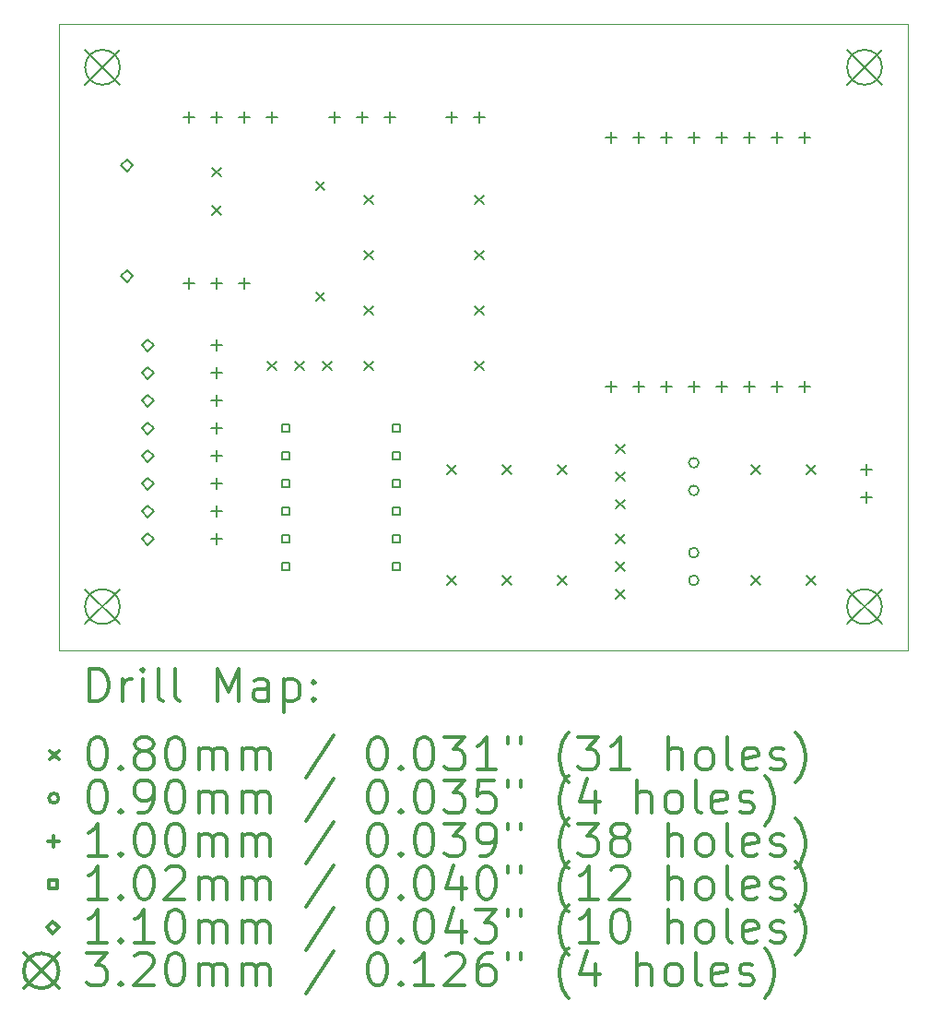
<source format=gbr>
%FSLAX45Y45*%
G04 Gerber Fmt 4.5, Leading zero omitted, Abs format (unit mm)*
G04 Created by KiCad (PCBNEW (5.1.9)-1) date 2021-05-19 15:49:51*
%MOMM*%
%LPD*%
G01*
G04 APERTURE LIST*
%TA.AperFunction,Profile*%
%ADD10C,0.050000*%
%TD*%
%ADD11C,0.200000*%
%ADD12C,0.300000*%
G04 APERTURE END LIST*
D10*
X19494500Y-11181080D02*
X11694500Y-11181080D01*
X19494500Y-5435600D02*
X11694500Y-5435600D01*
X19494500Y-5435600D02*
X19494500Y-11181080D01*
X11694500Y-5435600D02*
X11694500Y-11181080D01*
D11*
X13104500Y-6754500D02*
X13184500Y-6834500D01*
X13184500Y-6754500D02*
X13104500Y-6834500D01*
X13104500Y-7104500D02*
X13184500Y-7184500D01*
X13184500Y-7104500D02*
X13104500Y-7184500D01*
X13612500Y-8532500D02*
X13692500Y-8612500D01*
X13692500Y-8532500D02*
X13612500Y-8612500D01*
X13866500Y-8532500D02*
X13946500Y-8612500D01*
X13946500Y-8532500D02*
X13866500Y-8612500D01*
X14057000Y-6881500D02*
X14137000Y-6961500D01*
X14137000Y-6881500D02*
X14057000Y-6961500D01*
X14057000Y-7897500D02*
X14137000Y-7977500D01*
X14137000Y-7897500D02*
X14057000Y-7977500D01*
X14120500Y-8532500D02*
X14200500Y-8612500D01*
X14200500Y-8532500D02*
X14120500Y-8612500D01*
X14501500Y-7008500D02*
X14581500Y-7088500D01*
X14581500Y-7008500D02*
X14501500Y-7088500D01*
X14501500Y-7516500D02*
X14581500Y-7596500D01*
X14581500Y-7516500D02*
X14501500Y-7596500D01*
X14501500Y-8024500D02*
X14581500Y-8104500D01*
X14581500Y-8024500D02*
X14501500Y-8104500D01*
X14501500Y-8532500D02*
X14581500Y-8612500D01*
X14581500Y-8532500D02*
X14501500Y-8612500D01*
X15263500Y-9485000D02*
X15343500Y-9565000D01*
X15343500Y-9485000D02*
X15263500Y-9565000D01*
X15263500Y-10501000D02*
X15343500Y-10581000D01*
X15343500Y-10501000D02*
X15263500Y-10581000D01*
X15517500Y-7008500D02*
X15597500Y-7088500D01*
X15597500Y-7008500D02*
X15517500Y-7088500D01*
X15517500Y-7516500D02*
X15597500Y-7596500D01*
X15597500Y-7516500D02*
X15517500Y-7596500D01*
X15517500Y-8024500D02*
X15597500Y-8104500D01*
X15597500Y-8024500D02*
X15517500Y-8104500D01*
X15517500Y-8532500D02*
X15597500Y-8612500D01*
X15597500Y-8532500D02*
X15517500Y-8612500D01*
X15771500Y-9485000D02*
X15851500Y-9565000D01*
X15851500Y-9485000D02*
X15771500Y-9565000D01*
X15771500Y-10501000D02*
X15851500Y-10581000D01*
X15851500Y-10501000D02*
X15771500Y-10581000D01*
X16279500Y-9485000D02*
X16359500Y-9565000D01*
X16359500Y-9485000D02*
X16279500Y-9565000D01*
X16279500Y-10501000D02*
X16359500Y-10581000D01*
X16359500Y-10501000D02*
X16279500Y-10581000D01*
X16812900Y-9294500D02*
X16892900Y-9374500D01*
X16892900Y-9294500D02*
X16812900Y-9374500D01*
X16812900Y-9548500D02*
X16892900Y-9628500D01*
X16892900Y-9548500D02*
X16812900Y-9628500D01*
X16812900Y-9802500D02*
X16892900Y-9882500D01*
X16892900Y-9802500D02*
X16812900Y-9882500D01*
X16812900Y-10120000D02*
X16892900Y-10200000D01*
X16892900Y-10120000D02*
X16812900Y-10200000D01*
X16812900Y-10374000D02*
X16892900Y-10454000D01*
X16892900Y-10374000D02*
X16812900Y-10454000D01*
X16812900Y-10628000D02*
X16892900Y-10708000D01*
X16892900Y-10628000D02*
X16812900Y-10708000D01*
X18057500Y-9485000D02*
X18137500Y-9565000D01*
X18137500Y-9485000D02*
X18057500Y-9565000D01*
X18057500Y-10501000D02*
X18137500Y-10581000D01*
X18137500Y-10501000D02*
X18057500Y-10581000D01*
X18565500Y-9485000D02*
X18645500Y-9565000D01*
X18645500Y-9485000D02*
X18565500Y-9565000D01*
X18565500Y-10501000D02*
X18645500Y-10581000D01*
X18645500Y-10501000D02*
X18565500Y-10581000D01*
X17571000Y-9461500D02*
G75*
G03*
X17571000Y-9461500I-45000J0D01*
G01*
X17571000Y-9715500D02*
G75*
G03*
X17571000Y-9715500I-45000J0D01*
G01*
X17571000Y-10287000D02*
G75*
G03*
X17571000Y-10287000I-45000J0D01*
G01*
X17571000Y-10541000D02*
G75*
G03*
X17571000Y-10541000I-45000J0D01*
G01*
X12890500Y-6236500D02*
X12890500Y-6336500D01*
X12840500Y-6286500D02*
X12940500Y-6286500D01*
X12890500Y-7760500D02*
X12890500Y-7860500D01*
X12840500Y-7810500D02*
X12940500Y-7810500D01*
X13144500Y-6236500D02*
X13144500Y-6336500D01*
X13094500Y-6286500D02*
X13194500Y-6286500D01*
X13144500Y-7760500D02*
X13144500Y-7860500D01*
X13094500Y-7810500D02*
X13194500Y-7810500D01*
X13144500Y-8332000D02*
X13144500Y-8432000D01*
X13094500Y-8382000D02*
X13194500Y-8382000D01*
X13144500Y-8586000D02*
X13144500Y-8686000D01*
X13094500Y-8636000D02*
X13194500Y-8636000D01*
X13144500Y-8840000D02*
X13144500Y-8940000D01*
X13094500Y-8890000D02*
X13194500Y-8890000D01*
X13144500Y-9094000D02*
X13144500Y-9194000D01*
X13094500Y-9144000D02*
X13194500Y-9144000D01*
X13144500Y-9348000D02*
X13144500Y-9448000D01*
X13094500Y-9398000D02*
X13194500Y-9398000D01*
X13144500Y-9602000D02*
X13144500Y-9702000D01*
X13094500Y-9652000D02*
X13194500Y-9652000D01*
X13144500Y-9856000D02*
X13144500Y-9956000D01*
X13094500Y-9906000D02*
X13194500Y-9906000D01*
X13144500Y-10110000D02*
X13144500Y-10210000D01*
X13094500Y-10160000D02*
X13194500Y-10160000D01*
X13398500Y-6236500D02*
X13398500Y-6336500D01*
X13348500Y-6286500D02*
X13448500Y-6286500D01*
X13398500Y-7760500D02*
X13398500Y-7860500D01*
X13348500Y-7810500D02*
X13448500Y-7810500D01*
X13652500Y-6236500D02*
X13652500Y-6336500D01*
X13602500Y-6286500D02*
X13702500Y-6286500D01*
X14224000Y-6236500D02*
X14224000Y-6336500D01*
X14174000Y-6286500D02*
X14274000Y-6286500D01*
X14478000Y-6236500D02*
X14478000Y-6336500D01*
X14428000Y-6286500D02*
X14528000Y-6286500D01*
X14732000Y-6236500D02*
X14732000Y-6336500D01*
X14682000Y-6286500D02*
X14782000Y-6286500D01*
X15303500Y-6236500D02*
X15303500Y-6336500D01*
X15253500Y-6286500D02*
X15353500Y-6286500D01*
X15557500Y-6236500D02*
X15557500Y-6336500D01*
X15507500Y-6286500D02*
X15607500Y-6286500D01*
X16764000Y-6427000D02*
X16764000Y-6527000D01*
X16714000Y-6477000D02*
X16814000Y-6477000D01*
X16764000Y-8713000D02*
X16764000Y-8813000D01*
X16714000Y-8763000D02*
X16814000Y-8763000D01*
X17018000Y-6427000D02*
X17018000Y-6527000D01*
X16968000Y-6477000D02*
X17068000Y-6477000D01*
X17018000Y-8713000D02*
X17018000Y-8813000D01*
X16968000Y-8763000D02*
X17068000Y-8763000D01*
X17272000Y-6427000D02*
X17272000Y-6527000D01*
X17222000Y-6477000D02*
X17322000Y-6477000D01*
X17272000Y-8713000D02*
X17272000Y-8813000D01*
X17222000Y-8763000D02*
X17322000Y-8763000D01*
X17526000Y-6427000D02*
X17526000Y-6527000D01*
X17476000Y-6477000D02*
X17576000Y-6477000D01*
X17526000Y-8713000D02*
X17526000Y-8813000D01*
X17476000Y-8763000D02*
X17576000Y-8763000D01*
X17780000Y-6427000D02*
X17780000Y-6527000D01*
X17730000Y-6477000D02*
X17830000Y-6477000D01*
X17780000Y-8713000D02*
X17780000Y-8813000D01*
X17730000Y-8763000D02*
X17830000Y-8763000D01*
X18034000Y-6427000D02*
X18034000Y-6527000D01*
X17984000Y-6477000D02*
X18084000Y-6477000D01*
X18034000Y-8713000D02*
X18034000Y-8813000D01*
X17984000Y-8763000D02*
X18084000Y-8763000D01*
X18288000Y-6427000D02*
X18288000Y-6527000D01*
X18238000Y-6477000D02*
X18338000Y-6477000D01*
X18288000Y-8713000D02*
X18288000Y-8813000D01*
X18238000Y-8763000D02*
X18338000Y-8763000D01*
X18542000Y-6427000D02*
X18542000Y-6527000D01*
X18492000Y-6477000D02*
X18592000Y-6477000D01*
X18542000Y-8713000D02*
X18542000Y-8813000D01*
X18492000Y-8763000D02*
X18592000Y-8763000D01*
X19113500Y-9475000D02*
X19113500Y-9575000D01*
X19063500Y-9525000D02*
X19163500Y-9525000D01*
X19113500Y-9729000D02*
X19113500Y-9829000D01*
X19063500Y-9779000D02*
X19163500Y-9779000D01*
X13815421Y-9179921D02*
X13815421Y-9108079D01*
X13743579Y-9108079D01*
X13743579Y-9179921D01*
X13815421Y-9179921D01*
X13815421Y-9433921D02*
X13815421Y-9362079D01*
X13743579Y-9362079D01*
X13743579Y-9433921D01*
X13815421Y-9433921D01*
X13815421Y-9687921D02*
X13815421Y-9616079D01*
X13743579Y-9616079D01*
X13743579Y-9687921D01*
X13815421Y-9687921D01*
X13815421Y-9941921D02*
X13815421Y-9870079D01*
X13743579Y-9870079D01*
X13743579Y-9941921D01*
X13815421Y-9941921D01*
X13815421Y-10195921D02*
X13815421Y-10124079D01*
X13743579Y-10124079D01*
X13743579Y-10195921D01*
X13815421Y-10195921D01*
X13815421Y-10449921D02*
X13815421Y-10378079D01*
X13743579Y-10378079D01*
X13743579Y-10449921D01*
X13815421Y-10449921D01*
X14831421Y-9179921D02*
X14831421Y-9108079D01*
X14759579Y-9108079D01*
X14759579Y-9179921D01*
X14831421Y-9179921D01*
X14831421Y-9433921D02*
X14831421Y-9362079D01*
X14759579Y-9362079D01*
X14759579Y-9433921D01*
X14831421Y-9433921D01*
X14831421Y-9687921D02*
X14831421Y-9616079D01*
X14759579Y-9616079D01*
X14759579Y-9687921D01*
X14831421Y-9687921D01*
X14831421Y-9941921D02*
X14831421Y-9870079D01*
X14759579Y-9870079D01*
X14759579Y-9941921D01*
X14831421Y-9941921D01*
X14831421Y-10195921D02*
X14831421Y-10124079D01*
X14759579Y-10124079D01*
X14759579Y-10195921D01*
X14831421Y-10195921D01*
X14831421Y-10449921D02*
X14831421Y-10378079D01*
X14759579Y-10378079D01*
X14759579Y-10449921D01*
X14831421Y-10449921D01*
X12319000Y-6786000D02*
X12374000Y-6731000D01*
X12319000Y-6676000D01*
X12264000Y-6731000D01*
X12319000Y-6786000D01*
X12319000Y-7802000D02*
X12374000Y-7747000D01*
X12319000Y-7692000D01*
X12264000Y-7747000D01*
X12319000Y-7802000D01*
X12509500Y-8437000D02*
X12564500Y-8382000D01*
X12509500Y-8327000D01*
X12454500Y-8382000D01*
X12509500Y-8437000D01*
X12509500Y-8691000D02*
X12564500Y-8636000D01*
X12509500Y-8581000D01*
X12454500Y-8636000D01*
X12509500Y-8691000D01*
X12509500Y-8945000D02*
X12564500Y-8890000D01*
X12509500Y-8835000D01*
X12454500Y-8890000D01*
X12509500Y-8945000D01*
X12509500Y-9199000D02*
X12564500Y-9144000D01*
X12509500Y-9089000D01*
X12454500Y-9144000D01*
X12509500Y-9199000D01*
X12509500Y-9453000D02*
X12564500Y-9398000D01*
X12509500Y-9343000D01*
X12454500Y-9398000D01*
X12509500Y-9453000D01*
X12509500Y-9707000D02*
X12564500Y-9652000D01*
X12509500Y-9597000D01*
X12454500Y-9652000D01*
X12509500Y-9707000D01*
X12509500Y-9961000D02*
X12564500Y-9906000D01*
X12509500Y-9851000D01*
X12454500Y-9906000D01*
X12509500Y-9961000D01*
X12509500Y-10215000D02*
X12564500Y-10160000D01*
X12509500Y-10105000D01*
X12454500Y-10160000D01*
X12509500Y-10215000D01*
X11934500Y-5672000D02*
X12254500Y-5992000D01*
X12254500Y-5672000D02*
X11934500Y-5992000D01*
X12254500Y-5832000D02*
G75*
G03*
X12254500Y-5832000I-160000J0D01*
G01*
X11934500Y-10622000D02*
X12254500Y-10942000D01*
X12254500Y-10622000D02*
X11934500Y-10942000D01*
X12254500Y-10782000D02*
G75*
G03*
X12254500Y-10782000I-160000J0D01*
G01*
X18934500Y-5672000D02*
X19254500Y-5992000D01*
X19254500Y-5672000D02*
X18934500Y-5992000D01*
X19254500Y-5832000D02*
G75*
G03*
X19254500Y-5832000I-160000J0D01*
G01*
X18934500Y-10622000D02*
X19254500Y-10942000D01*
X19254500Y-10622000D02*
X18934500Y-10942000D01*
X19254500Y-10782000D02*
G75*
G03*
X19254500Y-10782000I-160000J0D01*
G01*
D12*
X11978428Y-11649294D02*
X11978428Y-11349294D01*
X12049857Y-11349294D01*
X12092714Y-11363580D01*
X12121286Y-11392151D01*
X12135571Y-11420723D01*
X12149857Y-11477866D01*
X12149857Y-11520723D01*
X12135571Y-11577866D01*
X12121286Y-11606437D01*
X12092714Y-11635009D01*
X12049857Y-11649294D01*
X11978428Y-11649294D01*
X12278428Y-11649294D02*
X12278428Y-11449294D01*
X12278428Y-11506437D02*
X12292714Y-11477866D01*
X12307000Y-11463580D01*
X12335571Y-11449294D01*
X12364143Y-11449294D01*
X12464143Y-11649294D02*
X12464143Y-11449294D01*
X12464143Y-11349294D02*
X12449857Y-11363580D01*
X12464143Y-11377866D01*
X12478428Y-11363580D01*
X12464143Y-11349294D01*
X12464143Y-11377866D01*
X12649857Y-11649294D02*
X12621286Y-11635009D01*
X12607000Y-11606437D01*
X12607000Y-11349294D01*
X12807000Y-11649294D02*
X12778428Y-11635009D01*
X12764143Y-11606437D01*
X12764143Y-11349294D01*
X13149857Y-11649294D02*
X13149857Y-11349294D01*
X13249857Y-11563580D01*
X13349857Y-11349294D01*
X13349857Y-11649294D01*
X13621286Y-11649294D02*
X13621286Y-11492151D01*
X13607000Y-11463580D01*
X13578428Y-11449294D01*
X13521286Y-11449294D01*
X13492714Y-11463580D01*
X13621286Y-11635009D02*
X13592714Y-11649294D01*
X13521286Y-11649294D01*
X13492714Y-11635009D01*
X13478428Y-11606437D01*
X13478428Y-11577866D01*
X13492714Y-11549294D01*
X13521286Y-11535009D01*
X13592714Y-11535009D01*
X13621286Y-11520723D01*
X13764143Y-11449294D02*
X13764143Y-11749294D01*
X13764143Y-11463580D02*
X13792714Y-11449294D01*
X13849857Y-11449294D01*
X13878428Y-11463580D01*
X13892714Y-11477866D01*
X13907000Y-11506437D01*
X13907000Y-11592151D01*
X13892714Y-11620723D01*
X13878428Y-11635009D01*
X13849857Y-11649294D01*
X13792714Y-11649294D01*
X13764143Y-11635009D01*
X14035571Y-11620723D02*
X14049857Y-11635009D01*
X14035571Y-11649294D01*
X14021286Y-11635009D01*
X14035571Y-11620723D01*
X14035571Y-11649294D01*
X14035571Y-11463580D02*
X14049857Y-11477866D01*
X14035571Y-11492151D01*
X14021286Y-11477866D01*
X14035571Y-11463580D01*
X14035571Y-11492151D01*
X11612000Y-12103580D02*
X11692000Y-12183580D01*
X11692000Y-12103580D02*
X11612000Y-12183580D01*
X12035571Y-11979294D02*
X12064143Y-11979294D01*
X12092714Y-11993580D01*
X12107000Y-12007866D01*
X12121286Y-12036437D01*
X12135571Y-12093580D01*
X12135571Y-12165009D01*
X12121286Y-12222151D01*
X12107000Y-12250723D01*
X12092714Y-12265009D01*
X12064143Y-12279294D01*
X12035571Y-12279294D01*
X12007000Y-12265009D01*
X11992714Y-12250723D01*
X11978428Y-12222151D01*
X11964143Y-12165009D01*
X11964143Y-12093580D01*
X11978428Y-12036437D01*
X11992714Y-12007866D01*
X12007000Y-11993580D01*
X12035571Y-11979294D01*
X12264143Y-12250723D02*
X12278428Y-12265009D01*
X12264143Y-12279294D01*
X12249857Y-12265009D01*
X12264143Y-12250723D01*
X12264143Y-12279294D01*
X12449857Y-12107866D02*
X12421286Y-12093580D01*
X12407000Y-12079294D01*
X12392714Y-12050723D01*
X12392714Y-12036437D01*
X12407000Y-12007866D01*
X12421286Y-11993580D01*
X12449857Y-11979294D01*
X12507000Y-11979294D01*
X12535571Y-11993580D01*
X12549857Y-12007866D01*
X12564143Y-12036437D01*
X12564143Y-12050723D01*
X12549857Y-12079294D01*
X12535571Y-12093580D01*
X12507000Y-12107866D01*
X12449857Y-12107866D01*
X12421286Y-12122151D01*
X12407000Y-12136437D01*
X12392714Y-12165009D01*
X12392714Y-12222151D01*
X12407000Y-12250723D01*
X12421286Y-12265009D01*
X12449857Y-12279294D01*
X12507000Y-12279294D01*
X12535571Y-12265009D01*
X12549857Y-12250723D01*
X12564143Y-12222151D01*
X12564143Y-12165009D01*
X12549857Y-12136437D01*
X12535571Y-12122151D01*
X12507000Y-12107866D01*
X12749857Y-11979294D02*
X12778428Y-11979294D01*
X12807000Y-11993580D01*
X12821286Y-12007866D01*
X12835571Y-12036437D01*
X12849857Y-12093580D01*
X12849857Y-12165009D01*
X12835571Y-12222151D01*
X12821286Y-12250723D01*
X12807000Y-12265009D01*
X12778428Y-12279294D01*
X12749857Y-12279294D01*
X12721286Y-12265009D01*
X12707000Y-12250723D01*
X12692714Y-12222151D01*
X12678428Y-12165009D01*
X12678428Y-12093580D01*
X12692714Y-12036437D01*
X12707000Y-12007866D01*
X12721286Y-11993580D01*
X12749857Y-11979294D01*
X12978428Y-12279294D02*
X12978428Y-12079294D01*
X12978428Y-12107866D02*
X12992714Y-12093580D01*
X13021286Y-12079294D01*
X13064143Y-12079294D01*
X13092714Y-12093580D01*
X13107000Y-12122151D01*
X13107000Y-12279294D01*
X13107000Y-12122151D02*
X13121286Y-12093580D01*
X13149857Y-12079294D01*
X13192714Y-12079294D01*
X13221286Y-12093580D01*
X13235571Y-12122151D01*
X13235571Y-12279294D01*
X13378428Y-12279294D02*
X13378428Y-12079294D01*
X13378428Y-12107866D02*
X13392714Y-12093580D01*
X13421286Y-12079294D01*
X13464143Y-12079294D01*
X13492714Y-12093580D01*
X13507000Y-12122151D01*
X13507000Y-12279294D01*
X13507000Y-12122151D02*
X13521286Y-12093580D01*
X13549857Y-12079294D01*
X13592714Y-12079294D01*
X13621286Y-12093580D01*
X13635571Y-12122151D01*
X13635571Y-12279294D01*
X14221286Y-11965009D02*
X13964143Y-12350723D01*
X14607000Y-11979294D02*
X14635571Y-11979294D01*
X14664143Y-11993580D01*
X14678428Y-12007866D01*
X14692714Y-12036437D01*
X14707000Y-12093580D01*
X14707000Y-12165009D01*
X14692714Y-12222151D01*
X14678428Y-12250723D01*
X14664143Y-12265009D01*
X14635571Y-12279294D01*
X14607000Y-12279294D01*
X14578428Y-12265009D01*
X14564143Y-12250723D01*
X14549857Y-12222151D01*
X14535571Y-12165009D01*
X14535571Y-12093580D01*
X14549857Y-12036437D01*
X14564143Y-12007866D01*
X14578428Y-11993580D01*
X14607000Y-11979294D01*
X14835571Y-12250723D02*
X14849857Y-12265009D01*
X14835571Y-12279294D01*
X14821286Y-12265009D01*
X14835571Y-12250723D01*
X14835571Y-12279294D01*
X15035571Y-11979294D02*
X15064143Y-11979294D01*
X15092714Y-11993580D01*
X15107000Y-12007866D01*
X15121286Y-12036437D01*
X15135571Y-12093580D01*
X15135571Y-12165009D01*
X15121286Y-12222151D01*
X15107000Y-12250723D01*
X15092714Y-12265009D01*
X15064143Y-12279294D01*
X15035571Y-12279294D01*
X15007000Y-12265009D01*
X14992714Y-12250723D01*
X14978428Y-12222151D01*
X14964143Y-12165009D01*
X14964143Y-12093580D01*
X14978428Y-12036437D01*
X14992714Y-12007866D01*
X15007000Y-11993580D01*
X15035571Y-11979294D01*
X15235571Y-11979294D02*
X15421286Y-11979294D01*
X15321286Y-12093580D01*
X15364143Y-12093580D01*
X15392714Y-12107866D01*
X15407000Y-12122151D01*
X15421286Y-12150723D01*
X15421286Y-12222151D01*
X15407000Y-12250723D01*
X15392714Y-12265009D01*
X15364143Y-12279294D01*
X15278428Y-12279294D01*
X15249857Y-12265009D01*
X15235571Y-12250723D01*
X15707000Y-12279294D02*
X15535571Y-12279294D01*
X15621286Y-12279294D02*
X15621286Y-11979294D01*
X15592714Y-12022151D01*
X15564143Y-12050723D01*
X15535571Y-12065009D01*
X15821286Y-11979294D02*
X15821286Y-12036437D01*
X15935571Y-11979294D02*
X15935571Y-12036437D01*
X16378428Y-12393580D02*
X16364143Y-12379294D01*
X16335571Y-12336437D01*
X16321286Y-12307866D01*
X16307000Y-12265009D01*
X16292714Y-12193580D01*
X16292714Y-12136437D01*
X16307000Y-12065009D01*
X16321286Y-12022151D01*
X16335571Y-11993580D01*
X16364143Y-11950723D01*
X16378428Y-11936437D01*
X16464143Y-11979294D02*
X16649857Y-11979294D01*
X16549857Y-12093580D01*
X16592714Y-12093580D01*
X16621286Y-12107866D01*
X16635571Y-12122151D01*
X16649857Y-12150723D01*
X16649857Y-12222151D01*
X16635571Y-12250723D01*
X16621286Y-12265009D01*
X16592714Y-12279294D01*
X16507000Y-12279294D01*
X16478428Y-12265009D01*
X16464143Y-12250723D01*
X16935571Y-12279294D02*
X16764143Y-12279294D01*
X16849857Y-12279294D02*
X16849857Y-11979294D01*
X16821286Y-12022151D01*
X16792714Y-12050723D01*
X16764143Y-12065009D01*
X17292714Y-12279294D02*
X17292714Y-11979294D01*
X17421286Y-12279294D02*
X17421286Y-12122151D01*
X17407000Y-12093580D01*
X17378428Y-12079294D01*
X17335571Y-12079294D01*
X17307000Y-12093580D01*
X17292714Y-12107866D01*
X17607000Y-12279294D02*
X17578428Y-12265009D01*
X17564143Y-12250723D01*
X17549857Y-12222151D01*
X17549857Y-12136437D01*
X17564143Y-12107866D01*
X17578428Y-12093580D01*
X17607000Y-12079294D01*
X17649857Y-12079294D01*
X17678428Y-12093580D01*
X17692714Y-12107866D01*
X17707000Y-12136437D01*
X17707000Y-12222151D01*
X17692714Y-12250723D01*
X17678428Y-12265009D01*
X17649857Y-12279294D01*
X17607000Y-12279294D01*
X17878428Y-12279294D02*
X17849857Y-12265009D01*
X17835571Y-12236437D01*
X17835571Y-11979294D01*
X18107000Y-12265009D02*
X18078428Y-12279294D01*
X18021286Y-12279294D01*
X17992714Y-12265009D01*
X17978428Y-12236437D01*
X17978428Y-12122151D01*
X17992714Y-12093580D01*
X18021286Y-12079294D01*
X18078428Y-12079294D01*
X18107000Y-12093580D01*
X18121286Y-12122151D01*
X18121286Y-12150723D01*
X17978428Y-12179294D01*
X18235571Y-12265009D02*
X18264143Y-12279294D01*
X18321286Y-12279294D01*
X18349857Y-12265009D01*
X18364143Y-12236437D01*
X18364143Y-12222151D01*
X18349857Y-12193580D01*
X18321286Y-12179294D01*
X18278428Y-12179294D01*
X18249857Y-12165009D01*
X18235571Y-12136437D01*
X18235571Y-12122151D01*
X18249857Y-12093580D01*
X18278428Y-12079294D01*
X18321286Y-12079294D01*
X18349857Y-12093580D01*
X18464143Y-12393580D02*
X18478428Y-12379294D01*
X18507000Y-12336437D01*
X18521286Y-12307866D01*
X18535571Y-12265009D01*
X18549857Y-12193580D01*
X18549857Y-12136437D01*
X18535571Y-12065009D01*
X18521286Y-12022151D01*
X18507000Y-11993580D01*
X18478428Y-11950723D01*
X18464143Y-11936437D01*
X11692000Y-12539580D02*
G75*
G03*
X11692000Y-12539580I-45000J0D01*
G01*
X12035571Y-12375294D02*
X12064143Y-12375294D01*
X12092714Y-12389580D01*
X12107000Y-12403866D01*
X12121286Y-12432437D01*
X12135571Y-12489580D01*
X12135571Y-12561009D01*
X12121286Y-12618151D01*
X12107000Y-12646723D01*
X12092714Y-12661009D01*
X12064143Y-12675294D01*
X12035571Y-12675294D01*
X12007000Y-12661009D01*
X11992714Y-12646723D01*
X11978428Y-12618151D01*
X11964143Y-12561009D01*
X11964143Y-12489580D01*
X11978428Y-12432437D01*
X11992714Y-12403866D01*
X12007000Y-12389580D01*
X12035571Y-12375294D01*
X12264143Y-12646723D02*
X12278428Y-12661009D01*
X12264143Y-12675294D01*
X12249857Y-12661009D01*
X12264143Y-12646723D01*
X12264143Y-12675294D01*
X12421286Y-12675294D02*
X12478428Y-12675294D01*
X12507000Y-12661009D01*
X12521286Y-12646723D01*
X12549857Y-12603866D01*
X12564143Y-12546723D01*
X12564143Y-12432437D01*
X12549857Y-12403866D01*
X12535571Y-12389580D01*
X12507000Y-12375294D01*
X12449857Y-12375294D01*
X12421286Y-12389580D01*
X12407000Y-12403866D01*
X12392714Y-12432437D01*
X12392714Y-12503866D01*
X12407000Y-12532437D01*
X12421286Y-12546723D01*
X12449857Y-12561009D01*
X12507000Y-12561009D01*
X12535571Y-12546723D01*
X12549857Y-12532437D01*
X12564143Y-12503866D01*
X12749857Y-12375294D02*
X12778428Y-12375294D01*
X12807000Y-12389580D01*
X12821286Y-12403866D01*
X12835571Y-12432437D01*
X12849857Y-12489580D01*
X12849857Y-12561009D01*
X12835571Y-12618151D01*
X12821286Y-12646723D01*
X12807000Y-12661009D01*
X12778428Y-12675294D01*
X12749857Y-12675294D01*
X12721286Y-12661009D01*
X12707000Y-12646723D01*
X12692714Y-12618151D01*
X12678428Y-12561009D01*
X12678428Y-12489580D01*
X12692714Y-12432437D01*
X12707000Y-12403866D01*
X12721286Y-12389580D01*
X12749857Y-12375294D01*
X12978428Y-12675294D02*
X12978428Y-12475294D01*
X12978428Y-12503866D02*
X12992714Y-12489580D01*
X13021286Y-12475294D01*
X13064143Y-12475294D01*
X13092714Y-12489580D01*
X13107000Y-12518151D01*
X13107000Y-12675294D01*
X13107000Y-12518151D02*
X13121286Y-12489580D01*
X13149857Y-12475294D01*
X13192714Y-12475294D01*
X13221286Y-12489580D01*
X13235571Y-12518151D01*
X13235571Y-12675294D01*
X13378428Y-12675294D02*
X13378428Y-12475294D01*
X13378428Y-12503866D02*
X13392714Y-12489580D01*
X13421286Y-12475294D01*
X13464143Y-12475294D01*
X13492714Y-12489580D01*
X13507000Y-12518151D01*
X13507000Y-12675294D01*
X13507000Y-12518151D02*
X13521286Y-12489580D01*
X13549857Y-12475294D01*
X13592714Y-12475294D01*
X13621286Y-12489580D01*
X13635571Y-12518151D01*
X13635571Y-12675294D01*
X14221286Y-12361009D02*
X13964143Y-12746723D01*
X14607000Y-12375294D02*
X14635571Y-12375294D01*
X14664143Y-12389580D01*
X14678428Y-12403866D01*
X14692714Y-12432437D01*
X14707000Y-12489580D01*
X14707000Y-12561009D01*
X14692714Y-12618151D01*
X14678428Y-12646723D01*
X14664143Y-12661009D01*
X14635571Y-12675294D01*
X14607000Y-12675294D01*
X14578428Y-12661009D01*
X14564143Y-12646723D01*
X14549857Y-12618151D01*
X14535571Y-12561009D01*
X14535571Y-12489580D01*
X14549857Y-12432437D01*
X14564143Y-12403866D01*
X14578428Y-12389580D01*
X14607000Y-12375294D01*
X14835571Y-12646723D02*
X14849857Y-12661009D01*
X14835571Y-12675294D01*
X14821286Y-12661009D01*
X14835571Y-12646723D01*
X14835571Y-12675294D01*
X15035571Y-12375294D02*
X15064143Y-12375294D01*
X15092714Y-12389580D01*
X15107000Y-12403866D01*
X15121286Y-12432437D01*
X15135571Y-12489580D01*
X15135571Y-12561009D01*
X15121286Y-12618151D01*
X15107000Y-12646723D01*
X15092714Y-12661009D01*
X15064143Y-12675294D01*
X15035571Y-12675294D01*
X15007000Y-12661009D01*
X14992714Y-12646723D01*
X14978428Y-12618151D01*
X14964143Y-12561009D01*
X14964143Y-12489580D01*
X14978428Y-12432437D01*
X14992714Y-12403866D01*
X15007000Y-12389580D01*
X15035571Y-12375294D01*
X15235571Y-12375294D02*
X15421286Y-12375294D01*
X15321286Y-12489580D01*
X15364143Y-12489580D01*
X15392714Y-12503866D01*
X15407000Y-12518151D01*
X15421286Y-12546723D01*
X15421286Y-12618151D01*
X15407000Y-12646723D01*
X15392714Y-12661009D01*
X15364143Y-12675294D01*
X15278428Y-12675294D01*
X15249857Y-12661009D01*
X15235571Y-12646723D01*
X15692714Y-12375294D02*
X15549857Y-12375294D01*
X15535571Y-12518151D01*
X15549857Y-12503866D01*
X15578428Y-12489580D01*
X15649857Y-12489580D01*
X15678428Y-12503866D01*
X15692714Y-12518151D01*
X15707000Y-12546723D01*
X15707000Y-12618151D01*
X15692714Y-12646723D01*
X15678428Y-12661009D01*
X15649857Y-12675294D01*
X15578428Y-12675294D01*
X15549857Y-12661009D01*
X15535571Y-12646723D01*
X15821286Y-12375294D02*
X15821286Y-12432437D01*
X15935571Y-12375294D02*
X15935571Y-12432437D01*
X16378428Y-12789580D02*
X16364143Y-12775294D01*
X16335571Y-12732437D01*
X16321286Y-12703866D01*
X16307000Y-12661009D01*
X16292714Y-12589580D01*
X16292714Y-12532437D01*
X16307000Y-12461009D01*
X16321286Y-12418151D01*
X16335571Y-12389580D01*
X16364143Y-12346723D01*
X16378428Y-12332437D01*
X16621286Y-12475294D02*
X16621286Y-12675294D01*
X16549857Y-12361009D02*
X16478428Y-12575294D01*
X16664143Y-12575294D01*
X17007000Y-12675294D02*
X17007000Y-12375294D01*
X17135571Y-12675294D02*
X17135571Y-12518151D01*
X17121286Y-12489580D01*
X17092714Y-12475294D01*
X17049857Y-12475294D01*
X17021286Y-12489580D01*
X17007000Y-12503866D01*
X17321286Y-12675294D02*
X17292714Y-12661009D01*
X17278428Y-12646723D01*
X17264143Y-12618151D01*
X17264143Y-12532437D01*
X17278428Y-12503866D01*
X17292714Y-12489580D01*
X17321286Y-12475294D01*
X17364143Y-12475294D01*
X17392714Y-12489580D01*
X17407000Y-12503866D01*
X17421286Y-12532437D01*
X17421286Y-12618151D01*
X17407000Y-12646723D01*
X17392714Y-12661009D01*
X17364143Y-12675294D01*
X17321286Y-12675294D01*
X17592714Y-12675294D02*
X17564143Y-12661009D01*
X17549857Y-12632437D01*
X17549857Y-12375294D01*
X17821286Y-12661009D02*
X17792714Y-12675294D01*
X17735571Y-12675294D01*
X17707000Y-12661009D01*
X17692714Y-12632437D01*
X17692714Y-12518151D01*
X17707000Y-12489580D01*
X17735571Y-12475294D01*
X17792714Y-12475294D01*
X17821286Y-12489580D01*
X17835571Y-12518151D01*
X17835571Y-12546723D01*
X17692714Y-12575294D01*
X17949857Y-12661009D02*
X17978428Y-12675294D01*
X18035571Y-12675294D01*
X18064143Y-12661009D01*
X18078428Y-12632437D01*
X18078428Y-12618151D01*
X18064143Y-12589580D01*
X18035571Y-12575294D01*
X17992714Y-12575294D01*
X17964143Y-12561009D01*
X17949857Y-12532437D01*
X17949857Y-12518151D01*
X17964143Y-12489580D01*
X17992714Y-12475294D01*
X18035571Y-12475294D01*
X18064143Y-12489580D01*
X18178428Y-12789580D02*
X18192714Y-12775294D01*
X18221286Y-12732437D01*
X18235571Y-12703866D01*
X18249857Y-12661009D01*
X18264143Y-12589580D01*
X18264143Y-12532437D01*
X18249857Y-12461009D01*
X18235571Y-12418151D01*
X18221286Y-12389580D01*
X18192714Y-12346723D01*
X18178428Y-12332437D01*
X11642000Y-12885580D02*
X11642000Y-12985580D01*
X11592000Y-12935580D02*
X11692000Y-12935580D01*
X12135571Y-13071294D02*
X11964143Y-13071294D01*
X12049857Y-13071294D02*
X12049857Y-12771294D01*
X12021286Y-12814151D01*
X11992714Y-12842723D01*
X11964143Y-12857009D01*
X12264143Y-13042723D02*
X12278428Y-13057009D01*
X12264143Y-13071294D01*
X12249857Y-13057009D01*
X12264143Y-13042723D01*
X12264143Y-13071294D01*
X12464143Y-12771294D02*
X12492714Y-12771294D01*
X12521286Y-12785580D01*
X12535571Y-12799866D01*
X12549857Y-12828437D01*
X12564143Y-12885580D01*
X12564143Y-12957009D01*
X12549857Y-13014151D01*
X12535571Y-13042723D01*
X12521286Y-13057009D01*
X12492714Y-13071294D01*
X12464143Y-13071294D01*
X12435571Y-13057009D01*
X12421286Y-13042723D01*
X12407000Y-13014151D01*
X12392714Y-12957009D01*
X12392714Y-12885580D01*
X12407000Y-12828437D01*
X12421286Y-12799866D01*
X12435571Y-12785580D01*
X12464143Y-12771294D01*
X12749857Y-12771294D02*
X12778428Y-12771294D01*
X12807000Y-12785580D01*
X12821286Y-12799866D01*
X12835571Y-12828437D01*
X12849857Y-12885580D01*
X12849857Y-12957009D01*
X12835571Y-13014151D01*
X12821286Y-13042723D01*
X12807000Y-13057009D01*
X12778428Y-13071294D01*
X12749857Y-13071294D01*
X12721286Y-13057009D01*
X12707000Y-13042723D01*
X12692714Y-13014151D01*
X12678428Y-12957009D01*
X12678428Y-12885580D01*
X12692714Y-12828437D01*
X12707000Y-12799866D01*
X12721286Y-12785580D01*
X12749857Y-12771294D01*
X12978428Y-13071294D02*
X12978428Y-12871294D01*
X12978428Y-12899866D02*
X12992714Y-12885580D01*
X13021286Y-12871294D01*
X13064143Y-12871294D01*
X13092714Y-12885580D01*
X13107000Y-12914151D01*
X13107000Y-13071294D01*
X13107000Y-12914151D02*
X13121286Y-12885580D01*
X13149857Y-12871294D01*
X13192714Y-12871294D01*
X13221286Y-12885580D01*
X13235571Y-12914151D01*
X13235571Y-13071294D01*
X13378428Y-13071294D02*
X13378428Y-12871294D01*
X13378428Y-12899866D02*
X13392714Y-12885580D01*
X13421286Y-12871294D01*
X13464143Y-12871294D01*
X13492714Y-12885580D01*
X13507000Y-12914151D01*
X13507000Y-13071294D01*
X13507000Y-12914151D02*
X13521286Y-12885580D01*
X13549857Y-12871294D01*
X13592714Y-12871294D01*
X13621286Y-12885580D01*
X13635571Y-12914151D01*
X13635571Y-13071294D01*
X14221286Y-12757009D02*
X13964143Y-13142723D01*
X14607000Y-12771294D02*
X14635571Y-12771294D01*
X14664143Y-12785580D01*
X14678428Y-12799866D01*
X14692714Y-12828437D01*
X14707000Y-12885580D01*
X14707000Y-12957009D01*
X14692714Y-13014151D01*
X14678428Y-13042723D01*
X14664143Y-13057009D01*
X14635571Y-13071294D01*
X14607000Y-13071294D01*
X14578428Y-13057009D01*
X14564143Y-13042723D01*
X14549857Y-13014151D01*
X14535571Y-12957009D01*
X14535571Y-12885580D01*
X14549857Y-12828437D01*
X14564143Y-12799866D01*
X14578428Y-12785580D01*
X14607000Y-12771294D01*
X14835571Y-13042723D02*
X14849857Y-13057009D01*
X14835571Y-13071294D01*
X14821286Y-13057009D01*
X14835571Y-13042723D01*
X14835571Y-13071294D01*
X15035571Y-12771294D02*
X15064143Y-12771294D01*
X15092714Y-12785580D01*
X15107000Y-12799866D01*
X15121286Y-12828437D01*
X15135571Y-12885580D01*
X15135571Y-12957009D01*
X15121286Y-13014151D01*
X15107000Y-13042723D01*
X15092714Y-13057009D01*
X15064143Y-13071294D01*
X15035571Y-13071294D01*
X15007000Y-13057009D01*
X14992714Y-13042723D01*
X14978428Y-13014151D01*
X14964143Y-12957009D01*
X14964143Y-12885580D01*
X14978428Y-12828437D01*
X14992714Y-12799866D01*
X15007000Y-12785580D01*
X15035571Y-12771294D01*
X15235571Y-12771294D02*
X15421286Y-12771294D01*
X15321286Y-12885580D01*
X15364143Y-12885580D01*
X15392714Y-12899866D01*
X15407000Y-12914151D01*
X15421286Y-12942723D01*
X15421286Y-13014151D01*
X15407000Y-13042723D01*
X15392714Y-13057009D01*
X15364143Y-13071294D01*
X15278428Y-13071294D01*
X15249857Y-13057009D01*
X15235571Y-13042723D01*
X15564143Y-13071294D02*
X15621286Y-13071294D01*
X15649857Y-13057009D01*
X15664143Y-13042723D01*
X15692714Y-12999866D01*
X15707000Y-12942723D01*
X15707000Y-12828437D01*
X15692714Y-12799866D01*
X15678428Y-12785580D01*
X15649857Y-12771294D01*
X15592714Y-12771294D01*
X15564143Y-12785580D01*
X15549857Y-12799866D01*
X15535571Y-12828437D01*
X15535571Y-12899866D01*
X15549857Y-12928437D01*
X15564143Y-12942723D01*
X15592714Y-12957009D01*
X15649857Y-12957009D01*
X15678428Y-12942723D01*
X15692714Y-12928437D01*
X15707000Y-12899866D01*
X15821286Y-12771294D02*
X15821286Y-12828437D01*
X15935571Y-12771294D02*
X15935571Y-12828437D01*
X16378428Y-13185580D02*
X16364143Y-13171294D01*
X16335571Y-13128437D01*
X16321286Y-13099866D01*
X16307000Y-13057009D01*
X16292714Y-12985580D01*
X16292714Y-12928437D01*
X16307000Y-12857009D01*
X16321286Y-12814151D01*
X16335571Y-12785580D01*
X16364143Y-12742723D01*
X16378428Y-12728437D01*
X16464143Y-12771294D02*
X16649857Y-12771294D01*
X16549857Y-12885580D01*
X16592714Y-12885580D01*
X16621286Y-12899866D01*
X16635571Y-12914151D01*
X16649857Y-12942723D01*
X16649857Y-13014151D01*
X16635571Y-13042723D01*
X16621286Y-13057009D01*
X16592714Y-13071294D01*
X16507000Y-13071294D01*
X16478428Y-13057009D01*
X16464143Y-13042723D01*
X16821286Y-12899866D02*
X16792714Y-12885580D01*
X16778428Y-12871294D01*
X16764143Y-12842723D01*
X16764143Y-12828437D01*
X16778428Y-12799866D01*
X16792714Y-12785580D01*
X16821286Y-12771294D01*
X16878428Y-12771294D01*
X16907000Y-12785580D01*
X16921286Y-12799866D01*
X16935571Y-12828437D01*
X16935571Y-12842723D01*
X16921286Y-12871294D01*
X16907000Y-12885580D01*
X16878428Y-12899866D01*
X16821286Y-12899866D01*
X16792714Y-12914151D01*
X16778428Y-12928437D01*
X16764143Y-12957009D01*
X16764143Y-13014151D01*
X16778428Y-13042723D01*
X16792714Y-13057009D01*
X16821286Y-13071294D01*
X16878428Y-13071294D01*
X16907000Y-13057009D01*
X16921286Y-13042723D01*
X16935571Y-13014151D01*
X16935571Y-12957009D01*
X16921286Y-12928437D01*
X16907000Y-12914151D01*
X16878428Y-12899866D01*
X17292714Y-13071294D02*
X17292714Y-12771294D01*
X17421286Y-13071294D02*
X17421286Y-12914151D01*
X17407000Y-12885580D01*
X17378428Y-12871294D01*
X17335571Y-12871294D01*
X17307000Y-12885580D01*
X17292714Y-12899866D01*
X17607000Y-13071294D02*
X17578428Y-13057009D01*
X17564143Y-13042723D01*
X17549857Y-13014151D01*
X17549857Y-12928437D01*
X17564143Y-12899866D01*
X17578428Y-12885580D01*
X17607000Y-12871294D01*
X17649857Y-12871294D01*
X17678428Y-12885580D01*
X17692714Y-12899866D01*
X17707000Y-12928437D01*
X17707000Y-13014151D01*
X17692714Y-13042723D01*
X17678428Y-13057009D01*
X17649857Y-13071294D01*
X17607000Y-13071294D01*
X17878428Y-13071294D02*
X17849857Y-13057009D01*
X17835571Y-13028437D01*
X17835571Y-12771294D01*
X18107000Y-13057009D02*
X18078428Y-13071294D01*
X18021286Y-13071294D01*
X17992714Y-13057009D01*
X17978428Y-13028437D01*
X17978428Y-12914151D01*
X17992714Y-12885580D01*
X18021286Y-12871294D01*
X18078428Y-12871294D01*
X18107000Y-12885580D01*
X18121286Y-12914151D01*
X18121286Y-12942723D01*
X17978428Y-12971294D01*
X18235571Y-13057009D02*
X18264143Y-13071294D01*
X18321286Y-13071294D01*
X18349857Y-13057009D01*
X18364143Y-13028437D01*
X18364143Y-13014151D01*
X18349857Y-12985580D01*
X18321286Y-12971294D01*
X18278428Y-12971294D01*
X18249857Y-12957009D01*
X18235571Y-12928437D01*
X18235571Y-12914151D01*
X18249857Y-12885580D01*
X18278428Y-12871294D01*
X18321286Y-12871294D01*
X18349857Y-12885580D01*
X18464143Y-13185580D02*
X18478428Y-13171294D01*
X18507000Y-13128437D01*
X18521286Y-13099866D01*
X18535571Y-13057009D01*
X18549857Y-12985580D01*
X18549857Y-12928437D01*
X18535571Y-12857009D01*
X18521286Y-12814151D01*
X18507000Y-12785580D01*
X18478428Y-12742723D01*
X18464143Y-12728437D01*
X11677121Y-13367501D02*
X11677121Y-13295659D01*
X11605278Y-13295659D01*
X11605278Y-13367501D01*
X11677121Y-13367501D01*
X12135571Y-13467294D02*
X11964143Y-13467294D01*
X12049857Y-13467294D02*
X12049857Y-13167294D01*
X12021286Y-13210151D01*
X11992714Y-13238723D01*
X11964143Y-13253009D01*
X12264143Y-13438723D02*
X12278428Y-13453009D01*
X12264143Y-13467294D01*
X12249857Y-13453009D01*
X12264143Y-13438723D01*
X12264143Y-13467294D01*
X12464143Y-13167294D02*
X12492714Y-13167294D01*
X12521286Y-13181580D01*
X12535571Y-13195866D01*
X12549857Y-13224437D01*
X12564143Y-13281580D01*
X12564143Y-13353009D01*
X12549857Y-13410151D01*
X12535571Y-13438723D01*
X12521286Y-13453009D01*
X12492714Y-13467294D01*
X12464143Y-13467294D01*
X12435571Y-13453009D01*
X12421286Y-13438723D01*
X12407000Y-13410151D01*
X12392714Y-13353009D01*
X12392714Y-13281580D01*
X12407000Y-13224437D01*
X12421286Y-13195866D01*
X12435571Y-13181580D01*
X12464143Y-13167294D01*
X12678428Y-13195866D02*
X12692714Y-13181580D01*
X12721286Y-13167294D01*
X12792714Y-13167294D01*
X12821286Y-13181580D01*
X12835571Y-13195866D01*
X12849857Y-13224437D01*
X12849857Y-13253009D01*
X12835571Y-13295866D01*
X12664143Y-13467294D01*
X12849857Y-13467294D01*
X12978428Y-13467294D02*
X12978428Y-13267294D01*
X12978428Y-13295866D02*
X12992714Y-13281580D01*
X13021286Y-13267294D01*
X13064143Y-13267294D01*
X13092714Y-13281580D01*
X13107000Y-13310151D01*
X13107000Y-13467294D01*
X13107000Y-13310151D02*
X13121286Y-13281580D01*
X13149857Y-13267294D01*
X13192714Y-13267294D01*
X13221286Y-13281580D01*
X13235571Y-13310151D01*
X13235571Y-13467294D01*
X13378428Y-13467294D02*
X13378428Y-13267294D01*
X13378428Y-13295866D02*
X13392714Y-13281580D01*
X13421286Y-13267294D01*
X13464143Y-13267294D01*
X13492714Y-13281580D01*
X13507000Y-13310151D01*
X13507000Y-13467294D01*
X13507000Y-13310151D02*
X13521286Y-13281580D01*
X13549857Y-13267294D01*
X13592714Y-13267294D01*
X13621286Y-13281580D01*
X13635571Y-13310151D01*
X13635571Y-13467294D01*
X14221286Y-13153009D02*
X13964143Y-13538723D01*
X14607000Y-13167294D02*
X14635571Y-13167294D01*
X14664143Y-13181580D01*
X14678428Y-13195866D01*
X14692714Y-13224437D01*
X14707000Y-13281580D01*
X14707000Y-13353009D01*
X14692714Y-13410151D01*
X14678428Y-13438723D01*
X14664143Y-13453009D01*
X14635571Y-13467294D01*
X14607000Y-13467294D01*
X14578428Y-13453009D01*
X14564143Y-13438723D01*
X14549857Y-13410151D01*
X14535571Y-13353009D01*
X14535571Y-13281580D01*
X14549857Y-13224437D01*
X14564143Y-13195866D01*
X14578428Y-13181580D01*
X14607000Y-13167294D01*
X14835571Y-13438723D02*
X14849857Y-13453009D01*
X14835571Y-13467294D01*
X14821286Y-13453009D01*
X14835571Y-13438723D01*
X14835571Y-13467294D01*
X15035571Y-13167294D02*
X15064143Y-13167294D01*
X15092714Y-13181580D01*
X15107000Y-13195866D01*
X15121286Y-13224437D01*
X15135571Y-13281580D01*
X15135571Y-13353009D01*
X15121286Y-13410151D01*
X15107000Y-13438723D01*
X15092714Y-13453009D01*
X15064143Y-13467294D01*
X15035571Y-13467294D01*
X15007000Y-13453009D01*
X14992714Y-13438723D01*
X14978428Y-13410151D01*
X14964143Y-13353009D01*
X14964143Y-13281580D01*
X14978428Y-13224437D01*
X14992714Y-13195866D01*
X15007000Y-13181580D01*
X15035571Y-13167294D01*
X15392714Y-13267294D02*
X15392714Y-13467294D01*
X15321286Y-13153009D02*
X15249857Y-13367294D01*
X15435571Y-13367294D01*
X15607000Y-13167294D02*
X15635571Y-13167294D01*
X15664143Y-13181580D01*
X15678428Y-13195866D01*
X15692714Y-13224437D01*
X15707000Y-13281580D01*
X15707000Y-13353009D01*
X15692714Y-13410151D01*
X15678428Y-13438723D01*
X15664143Y-13453009D01*
X15635571Y-13467294D01*
X15607000Y-13467294D01*
X15578428Y-13453009D01*
X15564143Y-13438723D01*
X15549857Y-13410151D01*
X15535571Y-13353009D01*
X15535571Y-13281580D01*
X15549857Y-13224437D01*
X15564143Y-13195866D01*
X15578428Y-13181580D01*
X15607000Y-13167294D01*
X15821286Y-13167294D02*
X15821286Y-13224437D01*
X15935571Y-13167294D02*
X15935571Y-13224437D01*
X16378428Y-13581580D02*
X16364143Y-13567294D01*
X16335571Y-13524437D01*
X16321286Y-13495866D01*
X16307000Y-13453009D01*
X16292714Y-13381580D01*
X16292714Y-13324437D01*
X16307000Y-13253009D01*
X16321286Y-13210151D01*
X16335571Y-13181580D01*
X16364143Y-13138723D01*
X16378428Y-13124437D01*
X16649857Y-13467294D02*
X16478428Y-13467294D01*
X16564143Y-13467294D02*
X16564143Y-13167294D01*
X16535571Y-13210151D01*
X16507000Y-13238723D01*
X16478428Y-13253009D01*
X16764143Y-13195866D02*
X16778428Y-13181580D01*
X16807000Y-13167294D01*
X16878428Y-13167294D01*
X16907000Y-13181580D01*
X16921286Y-13195866D01*
X16935571Y-13224437D01*
X16935571Y-13253009D01*
X16921286Y-13295866D01*
X16749857Y-13467294D01*
X16935571Y-13467294D01*
X17292714Y-13467294D02*
X17292714Y-13167294D01*
X17421286Y-13467294D02*
X17421286Y-13310151D01*
X17407000Y-13281580D01*
X17378428Y-13267294D01*
X17335571Y-13267294D01*
X17307000Y-13281580D01*
X17292714Y-13295866D01*
X17607000Y-13467294D02*
X17578428Y-13453009D01*
X17564143Y-13438723D01*
X17549857Y-13410151D01*
X17549857Y-13324437D01*
X17564143Y-13295866D01*
X17578428Y-13281580D01*
X17607000Y-13267294D01*
X17649857Y-13267294D01*
X17678428Y-13281580D01*
X17692714Y-13295866D01*
X17707000Y-13324437D01*
X17707000Y-13410151D01*
X17692714Y-13438723D01*
X17678428Y-13453009D01*
X17649857Y-13467294D01*
X17607000Y-13467294D01*
X17878428Y-13467294D02*
X17849857Y-13453009D01*
X17835571Y-13424437D01*
X17835571Y-13167294D01*
X18107000Y-13453009D02*
X18078428Y-13467294D01*
X18021286Y-13467294D01*
X17992714Y-13453009D01*
X17978428Y-13424437D01*
X17978428Y-13310151D01*
X17992714Y-13281580D01*
X18021286Y-13267294D01*
X18078428Y-13267294D01*
X18107000Y-13281580D01*
X18121286Y-13310151D01*
X18121286Y-13338723D01*
X17978428Y-13367294D01*
X18235571Y-13453009D02*
X18264143Y-13467294D01*
X18321286Y-13467294D01*
X18349857Y-13453009D01*
X18364143Y-13424437D01*
X18364143Y-13410151D01*
X18349857Y-13381580D01*
X18321286Y-13367294D01*
X18278428Y-13367294D01*
X18249857Y-13353009D01*
X18235571Y-13324437D01*
X18235571Y-13310151D01*
X18249857Y-13281580D01*
X18278428Y-13267294D01*
X18321286Y-13267294D01*
X18349857Y-13281580D01*
X18464143Y-13581580D02*
X18478428Y-13567294D01*
X18507000Y-13524437D01*
X18521286Y-13495866D01*
X18535571Y-13453009D01*
X18549857Y-13381580D01*
X18549857Y-13324437D01*
X18535571Y-13253009D01*
X18521286Y-13210151D01*
X18507000Y-13181580D01*
X18478428Y-13138723D01*
X18464143Y-13124437D01*
X11637000Y-13782580D02*
X11692000Y-13727580D01*
X11637000Y-13672580D01*
X11582000Y-13727580D01*
X11637000Y-13782580D01*
X12135571Y-13863294D02*
X11964143Y-13863294D01*
X12049857Y-13863294D02*
X12049857Y-13563294D01*
X12021286Y-13606151D01*
X11992714Y-13634723D01*
X11964143Y-13649009D01*
X12264143Y-13834723D02*
X12278428Y-13849009D01*
X12264143Y-13863294D01*
X12249857Y-13849009D01*
X12264143Y-13834723D01*
X12264143Y-13863294D01*
X12564143Y-13863294D02*
X12392714Y-13863294D01*
X12478428Y-13863294D02*
X12478428Y-13563294D01*
X12449857Y-13606151D01*
X12421286Y-13634723D01*
X12392714Y-13649009D01*
X12749857Y-13563294D02*
X12778428Y-13563294D01*
X12807000Y-13577580D01*
X12821286Y-13591866D01*
X12835571Y-13620437D01*
X12849857Y-13677580D01*
X12849857Y-13749009D01*
X12835571Y-13806151D01*
X12821286Y-13834723D01*
X12807000Y-13849009D01*
X12778428Y-13863294D01*
X12749857Y-13863294D01*
X12721286Y-13849009D01*
X12707000Y-13834723D01*
X12692714Y-13806151D01*
X12678428Y-13749009D01*
X12678428Y-13677580D01*
X12692714Y-13620437D01*
X12707000Y-13591866D01*
X12721286Y-13577580D01*
X12749857Y-13563294D01*
X12978428Y-13863294D02*
X12978428Y-13663294D01*
X12978428Y-13691866D02*
X12992714Y-13677580D01*
X13021286Y-13663294D01*
X13064143Y-13663294D01*
X13092714Y-13677580D01*
X13107000Y-13706151D01*
X13107000Y-13863294D01*
X13107000Y-13706151D02*
X13121286Y-13677580D01*
X13149857Y-13663294D01*
X13192714Y-13663294D01*
X13221286Y-13677580D01*
X13235571Y-13706151D01*
X13235571Y-13863294D01*
X13378428Y-13863294D02*
X13378428Y-13663294D01*
X13378428Y-13691866D02*
X13392714Y-13677580D01*
X13421286Y-13663294D01*
X13464143Y-13663294D01*
X13492714Y-13677580D01*
X13507000Y-13706151D01*
X13507000Y-13863294D01*
X13507000Y-13706151D02*
X13521286Y-13677580D01*
X13549857Y-13663294D01*
X13592714Y-13663294D01*
X13621286Y-13677580D01*
X13635571Y-13706151D01*
X13635571Y-13863294D01*
X14221286Y-13549009D02*
X13964143Y-13934723D01*
X14607000Y-13563294D02*
X14635571Y-13563294D01*
X14664143Y-13577580D01*
X14678428Y-13591866D01*
X14692714Y-13620437D01*
X14707000Y-13677580D01*
X14707000Y-13749009D01*
X14692714Y-13806151D01*
X14678428Y-13834723D01*
X14664143Y-13849009D01*
X14635571Y-13863294D01*
X14607000Y-13863294D01*
X14578428Y-13849009D01*
X14564143Y-13834723D01*
X14549857Y-13806151D01*
X14535571Y-13749009D01*
X14535571Y-13677580D01*
X14549857Y-13620437D01*
X14564143Y-13591866D01*
X14578428Y-13577580D01*
X14607000Y-13563294D01*
X14835571Y-13834723D02*
X14849857Y-13849009D01*
X14835571Y-13863294D01*
X14821286Y-13849009D01*
X14835571Y-13834723D01*
X14835571Y-13863294D01*
X15035571Y-13563294D02*
X15064143Y-13563294D01*
X15092714Y-13577580D01*
X15107000Y-13591866D01*
X15121286Y-13620437D01*
X15135571Y-13677580D01*
X15135571Y-13749009D01*
X15121286Y-13806151D01*
X15107000Y-13834723D01*
X15092714Y-13849009D01*
X15064143Y-13863294D01*
X15035571Y-13863294D01*
X15007000Y-13849009D01*
X14992714Y-13834723D01*
X14978428Y-13806151D01*
X14964143Y-13749009D01*
X14964143Y-13677580D01*
X14978428Y-13620437D01*
X14992714Y-13591866D01*
X15007000Y-13577580D01*
X15035571Y-13563294D01*
X15392714Y-13663294D02*
X15392714Y-13863294D01*
X15321286Y-13549009D02*
X15249857Y-13763294D01*
X15435571Y-13763294D01*
X15521286Y-13563294D02*
X15707000Y-13563294D01*
X15607000Y-13677580D01*
X15649857Y-13677580D01*
X15678428Y-13691866D01*
X15692714Y-13706151D01*
X15707000Y-13734723D01*
X15707000Y-13806151D01*
X15692714Y-13834723D01*
X15678428Y-13849009D01*
X15649857Y-13863294D01*
X15564143Y-13863294D01*
X15535571Y-13849009D01*
X15521286Y-13834723D01*
X15821286Y-13563294D02*
X15821286Y-13620437D01*
X15935571Y-13563294D02*
X15935571Y-13620437D01*
X16378428Y-13977580D02*
X16364143Y-13963294D01*
X16335571Y-13920437D01*
X16321286Y-13891866D01*
X16307000Y-13849009D01*
X16292714Y-13777580D01*
X16292714Y-13720437D01*
X16307000Y-13649009D01*
X16321286Y-13606151D01*
X16335571Y-13577580D01*
X16364143Y-13534723D01*
X16378428Y-13520437D01*
X16649857Y-13863294D02*
X16478428Y-13863294D01*
X16564143Y-13863294D02*
X16564143Y-13563294D01*
X16535571Y-13606151D01*
X16507000Y-13634723D01*
X16478428Y-13649009D01*
X16835571Y-13563294D02*
X16864143Y-13563294D01*
X16892714Y-13577580D01*
X16907000Y-13591866D01*
X16921286Y-13620437D01*
X16935571Y-13677580D01*
X16935571Y-13749009D01*
X16921286Y-13806151D01*
X16907000Y-13834723D01*
X16892714Y-13849009D01*
X16864143Y-13863294D01*
X16835571Y-13863294D01*
X16807000Y-13849009D01*
X16792714Y-13834723D01*
X16778428Y-13806151D01*
X16764143Y-13749009D01*
X16764143Y-13677580D01*
X16778428Y-13620437D01*
X16792714Y-13591866D01*
X16807000Y-13577580D01*
X16835571Y-13563294D01*
X17292714Y-13863294D02*
X17292714Y-13563294D01*
X17421286Y-13863294D02*
X17421286Y-13706151D01*
X17407000Y-13677580D01*
X17378428Y-13663294D01*
X17335571Y-13663294D01*
X17307000Y-13677580D01*
X17292714Y-13691866D01*
X17607000Y-13863294D02*
X17578428Y-13849009D01*
X17564143Y-13834723D01*
X17549857Y-13806151D01*
X17549857Y-13720437D01*
X17564143Y-13691866D01*
X17578428Y-13677580D01*
X17607000Y-13663294D01*
X17649857Y-13663294D01*
X17678428Y-13677580D01*
X17692714Y-13691866D01*
X17707000Y-13720437D01*
X17707000Y-13806151D01*
X17692714Y-13834723D01*
X17678428Y-13849009D01*
X17649857Y-13863294D01*
X17607000Y-13863294D01*
X17878428Y-13863294D02*
X17849857Y-13849009D01*
X17835571Y-13820437D01*
X17835571Y-13563294D01*
X18107000Y-13849009D02*
X18078428Y-13863294D01*
X18021286Y-13863294D01*
X17992714Y-13849009D01*
X17978428Y-13820437D01*
X17978428Y-13706151D01*
X17992714Y-13677580D01*
X18021286Y-13663294D01*
X18078428Y-13663294D01*
X18107000Y-13677580D01*
X18121286Y-13706151D01*
X18121286Y-13734723D01*
X17978428Y-13763294D01*
X18235571Y-13849009D02*
X18264143Y-13863294D01*
X18321286Y-13863294D01*
X18349857Y-13849009D01*
X18364143Y-13820437D01*
X18364143Y-13806151D01*
X18349857Y-13777580D01*
X18321286Y-13763294D01*
X18278428Y-13763294D01*
X18249857Y-13749009D01*
X18235571Y-13720437D01*
X18235571Y-13706151D01*
X18249857Y-13677580D01*
X18278428Y-13663294D01*
X18321286Y-13663294D01*
X18349857Y-13677580D01*
X18464143Y-13977580D02*
X18478428Y-13963294D01*
X18507000Y-13920437D01*
X18521286Y-13891866D01*
X18535571Y-13849009D01*
X18549857Y-13777580D01*
X18549857Y-13720437D01*
X18535571Y-13649009D01*
X18521286Y-13606151D01*
X18507000Y-13577580D01*
X18478428Y-13534723D01*
X18464143Y-13520437D01*
X11372000Y-13963580D02*
X11692000Y-14283580D01*
X11692000Y-13963580D02*
X11372000Y-14283580D01*
X11692000Y-14123580D02*
G75*
G03*
X11692000Y-14123580I-160000J0D01*
G01*
X11949857Y-13959294D02*
X12135571Y-13959294D01*
X12035571Y-14073580D01*
X12078428Y-14073580D01*
X12107000Y-14087866D01*
X12121286Y-14102151D01*
X12135571Y-14130723D01*
X12135571Y-14202151D01*
X12121286Y-14230723D01*
X12107000Y-14245009D01*
X12078428Y-14259294D01*
X11992714Y-14259294D01*
X11964143Y-14245009D01*
X11949857Y-14230723D01*
X12264143Y-14230723D02*
X12278428Y-14245009D01*
X12264143Y-14259294D01*
X12249857Y-14245009D01*
X12264143Y-14230723D01*
X12264143Y-14259294D01*
X12392714Y-13987866D02*
X12407000Y-13973580D01*
X12435571Y-13959294D01*
X12507000Y-13959294D01*
X12535571Y-13973580D01*
X12549857Y-13987866D01*
X12564143Y-14016437D01*
X12564143Y-14045009D01*
X12549857Y-14087866D01*
X12378428Y-14259294D01*
X12564143Y-14259294D01*
X12749857Y-13959294D02*
X12778428Y-13959294D01*
X12807000Y-13973580D01*
X12821286Y-13987866D01*
X12835571Y-14016437D01*
X12849857Y-14073580D01*
X12849857Y-14145009D01*
X12835571Y-14202151D01*
X12821286Y-14230723D01*
X12807000Y-14245009D01*
X12778428Y-14259294D01*
X12749857Y-14259294D01*
X12721286Y-14245009D01*
X12707000Y-14230723D01*
X12692714Y-14202151D01*
X12678428Y-14145009D01*
X12678428Y-14073580D01*
X12692714Y-14016437D01*
X12707000Y-13987866D01*
X12721286Y-13973580D01*
X12749857Y-13959294D01*
X12978428Y-14259294D02*
X12978428Y-14059294D01*
X12978428Y-14087866D02*
X12992714Y-14073580D01*
X13021286Y-14059294D01*
X13064143Y-14059294D01*
X13092714Y-14073580D01*
X13107000Y-14102151D01*
X13107000Y-14259294D01*
X13107000Y-14102151D02*
X13121286Y-14073580D01*
X13149857Y-14059294D01*
X13192714Y-14059294D01*
X13221286Y-14073580D01*
X13235571Y-14102151D01*
X13235571Y-14259294D01*
X13378428Y-14259294D02*
X13378428Y-14059294D01*
X13378428Y-14087866D02*
X13392714Y-14073580D01*
X13421286Y-14059294D01*
X13464143Y-14059294D01*
X13492714Y-14073580D01*
X13507000Y-14102151D01*
X13507000Y-14259294D01*
X13507000Y-14102151D02*
X13521286Y-14073580D01*
X13549857Y-14059294D01*
X13592714Y-14059294D01*
X13621286Y-14073580D01*
X13635571Y-14102151D01*
X13635571Y-14259294D01*
X14221286Y-13945009D02*
X13964143Y-14330723D01*
X14607000Y-13959294D02*
X14635571Y-13959294D01*
X14664143Y-13973580D01*
X14678428Y-13987866D01*
X14692714Y-14016437D01*
X14707000Y-14073580D01*
X14707000Y-14145009D01*
X14692714Y-14202151D01*
X14678428Y-14230723D01*
X14664143Y-14245009D01*
X14635571Y-14259294D01*
X14607000Y-14259294D01*
X14578428Y-14245009D01*
X14564143Y-14230723D01*
X14549857Y-14202151D01*
X14535571Y-14145009D01*
X14535571Y-14073580D01*
X14549857Y-14016437D01*
X14564143Y-13987866D01*
X14578428Y-13973580D01*
X14607000Y-13959294D01*
X14835571Y-14230723D02*
X14849857Y-14245009D01*
X14835571Y-14259294D01*
X14821286Y-14245009D01*
X14835571Y-14230723D01*
X14835571Y-14259294D01*
X15135571Y-14259294D02*
X14964143Y-14259294D01*
X15049857Y-14259294D02*
X15049857Y-13959294D01*
X15021286Y-14002151D01*
X14992714Y-14030723D01*
X14964143Y-14045009D01*
X15249857Y-13987866D02*
X15264143Y-13973580D01*
X15292714Y-13959294D01*
X15364143Y-13959294D01*
X15392714Y-13973580D01*
X15407000Y-13987866D01*
X15421286Y-14016437D01*
X15421286Y-14045009D01*
X15407000Y-14087866D01*
X15235571Y-14259294D01*
X15421286Y-14259294D01*
X15678428Y-13959294D02*
X15621286Y-13959294D01*
X15592714Y-13973580D01*
X15578428Y-13987866D01*
X15549857Y-14030723D01*
X15535571Y-14087866D01*
X15535571Y-14202151D01*
X15549857Y-14230723D01*
X15564143Y-14245009D01*
X15592714Y-14259294D01*
X15649857Y-14259294D01*
X15678428Y-14245009D01*
X15692714Y-14230723D01*
X15707000Y-14202151D01*
X15707000Y-14130723D01*
X15692714Y-14102151D01*
X15678428Y-14087866D01*
X15649857Y-14073580D01*
X15592714Y-14073580D01*
X15564143Y-14087866D01*
X15549857Y-14102151D01*
X15535571Y-14130723D01*
X15821286Y-13959294D02*
X15821286Y-14016437D01*
X15935571Y-13959294D02*
X15935571Y-14016437D01*
X16378428Y-14373580D02*
X16364143Y-14359294D01*
X16335571Y-14316437D01*
X16321286Y-14287866D01*
X16307000Y-14245009D01*
X16292714Y-14173580D01*
X16292714Y-14116437D01*
X16307000Y-14045009D01*
X16321286Y-14002151D01*
X16335571Y-13973580D01*
X16364143Y-13930723D01*
X16378428Y-13916437D01*
X16621286Y-14059294D02*
X16621286Y-14259294D01*
X16549857Y-13945009D02*
X16478428Y-14159294D01*
X16664143Y-14159294D01*
X17007000Y-14259294D02*
X17007000Y-13959294D01*
X17135571Y-14259294D02*
X17135571Y-14102151D01*
X17121286Y-14073580D01*
X17092714Y-14059294D01*
X17049857Y-14059294D01*
X17021286Y-14073580D01*
X17007000Y-14087866D01*
X17321286Y-14259294D02*
X17292714Y-14245009D01*
X17278428Y-14230723D01*
X17264143Y-14202151D01*
X17264143Y-14116437D01*
X17278428Y-14087866D01*
X17292714Y-14073580D01*
X17321286Y-14059294D01*
X17364143Y-14059294D01*
X17392714Y-14073580D01*
X17407000Y-14087866D01*
X17421286Y-14116437D01*
X17421286Y-14202151D01*
X17407000Y-14230723D01*
X17392714Y-14245009D01*
X17364143Y-14259294D01*
X17321286Y-14259294D01*
X17592714Y-14259294D02*
X17564143Y-14245009D01*
X17549857Y-14216437D01*
X17549857Y-13959294D01*
X17821286Y-14245009D02*
X17792714Y-14259294D01*
X17735571Y-14259294D01*
X17707000Y-14245009D01*
X17692714Y-14216437D01*
X17692714Y-14102151D01*
X17707000Y-14073580D01*
X17735571Y-14059294D01*
X17792714Y-14059294D01*
X17821286Y-14073580D01*
X17835571Y-14102151D01*
X17835571Y-14130723D01*
X17692714Y-14159294D01*
X17949857Y-14245009D02*
X17978428Y-14259294D01*
X18035571Y-14259294D01*
X18064143Y-14245009D01*
X18078428Y-14216437D01*
X18078428Y-14202151D01*
X18064143Y-14173580D01*
X18035571Y-14159294D01*
X17992714Y-14159294D01*
X17964143Y-14145009D01*
X17949857Y-14116437D01*
X17949857Y-14102151D01*
X17964143Y-14073580D01*
X17992714Y-14059294D01*
X18035571Y-14059294D01*
X18064143Y-14073580D01*
X18178428Y-14373580D02*
X18192714Y-14359294D01*
X18221286Y-14316437D01*
X18235571Y-14287866D01*
X18249857Y-14245009D01*
X18264143Y-14173580D01*
X18264143Y-14116437D01*
X18249857Y-14045009D01*
X18235571Y-14002151D01*
X18221286Y-13973580D01*
X18192714Y-13930723D01*
X18178428Y-13916437D01*
M02*

</source>
